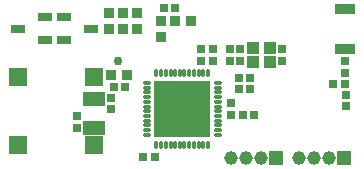
<source format=gts>
%FSTAX23Y23*%
%MOIN*%
%SFA1B1*%

%IPPOS*%
%ADD27R,0.025591X0.029527*%
%ADD28R,0.029527X0.025591*%
%ADD29R,0.068898X0.037401*%
%ADD30R,0.037401X0.035433*%
%ADD31R,0.051181X0.029527*%
%ADD32R,0.035433X0.037401*%
%ADD33R,0.031496X0.025591*%
%ADD34R,0.043307X0.039370*%
%ADD35R,0.190944X0.190944*%
%ADD36O,0.013780X0.031496*%
%ADD37O,0.031496X0.013780*%
%ADD38R,0.076771X0.045275*%
%ADD39C,0.045275*%
%ADD40R,0.045275X0.045275*%
%ADD41R,0.064960X0.064960*%
%ADD42C,0.029921*%
%LNfinal_vd-1*%
%LPD*%
G54D27*
X00164Y-00019D03*
Y00019D03*
X00194Y00161D03*
Y002D03*
X00159Y00161D03*
Y002D03*
X00546Y00009D03*
Y00048D03*
X00544Y0012D03*
Y00159D03*
X-00351Y-00063D03*
Y-00024D03*
X00064Y002D03*
Y00161D03*
X00333D03*
Y002D03*
X-00238Y-00001D03*
Y00037D03*
X00103Y00161D03*
Y002D03*
G54D28*
X0024Y-0002D03*
X00201D03*
X00188Y00103D03*
X00227D03*
Y00068D03*
X00188D03*
X00503Y00084D03*
X00542D03*
X-0019Y00074D03*
X-00229D03*
X-00131Y-00161D03*
X-00092D03*
G54D29*
X00544Y00333D03*
Y00199D03*
G54D30*
X-0015Y00268D03*
Y00321D03*
X-00196Y00268D03*
Y00321D03*
X-00244Y00268D03*
Y00321D03*
X-0007Y00239D03*
Y00292D03*
G54D31*
X-00393Y00306D03*
Y00231D03*
X-00304Y00268D03*
X-00457Y00231D03*
Y00306D03*
X-00546Y00268D03*
G54D32*
X-00023Y00292D03*
X00029D03*
X-00236Y00114D03*
X-00183D03*
G54D33*
X-00023Y00335D03*
X-0006D03*
G54D34*
X00292Y00158D03*
Y00203D03*
X00235D03*
Y00158D03*
G54D35*
X0Y0D03*
G54D36*
X-00086Y00119D03*
X-0007D03*
X-00055D03*
X-00039D03*
X-00023D03*
X-00007D03*
X00007D03*
X00023D03*
X00039D03*
X00055D03*
X0007D03*
X00086D03*
Y-00119D03*
X0007D03*
X00055D03*
X00039D03*
X00023D03*
X00007D03*
X-00007D03*
X-00023D03*
X-00039D03*
X-00055D03*
X-0007D03*
X-00086D03*
G54D37*
X00119Y00086D03*
Y0007D03*
Y00055D03*
Y00039D03*
Y00023D03*
Y00007D03*
Y-00007D03*
Y-00023D03*
Y-00039D03*
Y-00055D03*
Y-0007D03*
Y-00086D03*
X-00119D03*
Y-0007D03*
Y-00055D03*
Y-00039D03*
Y-00023D03*
Y-00007D03*
Y00007D03*
Y00023D03*
Y00039D03*
Y00055D03*
Y0007D03*
Y00086D03*
G54D38*
X-00294Y-00064D03*
Y00034D03*
G54D39*
X00388Y-00164D03*
X00438D03*
X00488D03*
X00164D03*
X00214D03*
X00264D03*
G54D40*
X00538Y-00164D03*
X00314D03*
G54D41*
X-00546Y-0012D03*
Y00107D03*
X-00294Y-0012D03*
Y00107D03*
G54D42*
X-00214Y00159D03*
M02*
</source>
